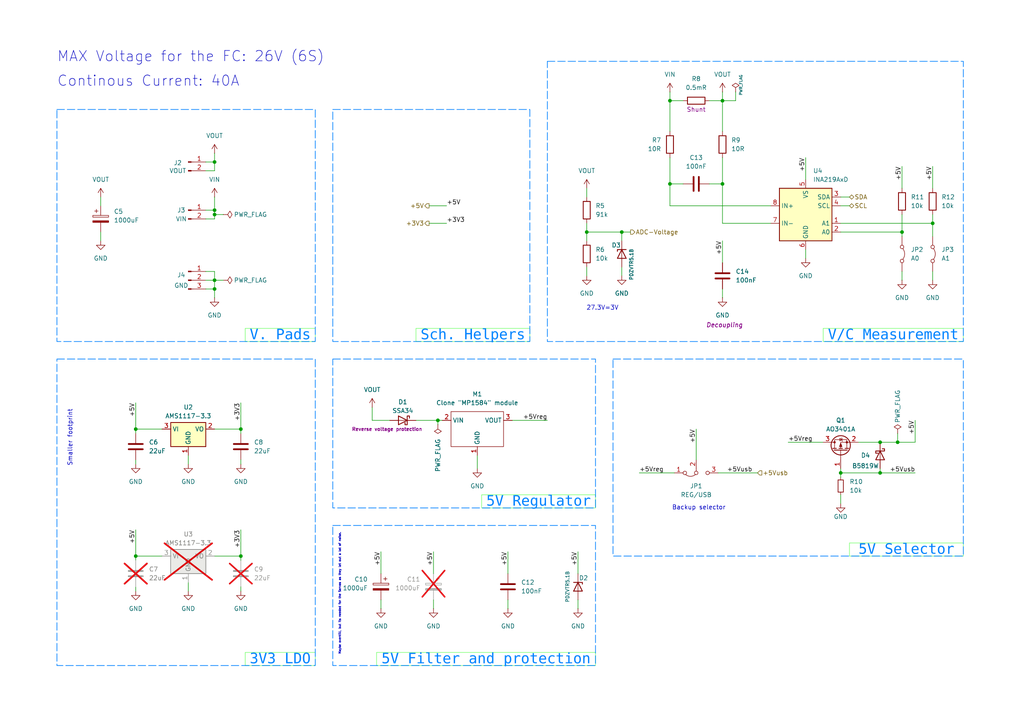
<source format=kicad_sch>
(kicad_sch (version 20250114) (generator "eeschema") (generator_version "9.0")
  (paper "A4")
  (title_block (title "Open-ESPilot"))
  (lib_symbols
    (symbol "Clone _MP1584_ module:Clone _MP1584_ module"
      (property "Reference" "M" (at 4.064 -7.62 0))
      (property "Value" "Clone \"MP1584\" module" (at -0.254 5.08 0))
      (symbol "Clone _MP1584_ module_0_1"
        (rectangle (start -7.62 3.81) (end 7.62 -6.35))
      )
      (symbol "Clone _MP1584_ module_1_1"
        (pin power_in line (at -10.16 1.27 0) (length 2.54) (name "VIN") (number "2"))
        (pin power_in line (at 0 -8.89 90) (length 2.54) (name "GND") (number "1"))
        (pin power_out line (at 10.16 1.27 180) (length 2.54) (name "VOUT") (number "3"))
      )
    )
    (symbol "Connector:Conn_01x02_Pin" (pin_names (offset 1.016) (hide yes))
      (property "Reference" "J" (at 0 2.54 0))
      (property "Value" "Conn_01x02_Pin" (at 0 -5.08 0))
      (symbol "Conn_01x02_Pin_1_1"
        (rectangle (start 0.8636 0.127) (end 0 -0.127) (stroke (width 0.1524)) (fill (type outline)))
        (rectangle (start 0.8636 -2.413) (end 0 -2.667) (stroke (width 0.1524)) (fill (type outline)))
        (polyline (pts (xy 1.27 0) (xy 0.8636 0)) (stroke (width 0.1524)))
        (polyline (pts (xy 1.27 -2.54) (xy 0.8636 -2.54)) (stroke (width 0.1524)))
        (pin passive line (at 5.08 0 180) (length 3.81) (name "Pin_1") (number "1"))
        (pin passive line (at 5.08 -2.54 180) (length 3.81) (name "Pin_2") (number "2"))
      )
    )
    (symbol "Connector:Conn_01x03_Pin" (pin_names (offset 1.016) (hide yes))
      (property "Reference" "J" (at 0 5.08 0))
      (property "Value" "Conn_01x03_Pin" (at 0 -5.08 0))
      (symbol "Conn_01x03_Pin_1_1"
        (rectangle (start 0.8636 2.667) (end 0 2.413) (stroke (width 0.1524)) (fill (type outline)))
        (rectangle (start 0.8636 0.127) (end 0 -0.127) (stroke (width 0.1524)) (fill (type outline)))
        (rectangle (start 0.8636 -2.413) (end 0 -2.667) (stroke (width 0.1524)) (fill (type outline)))
        (polyline (pts (xy 1.27 2.54) (xy 0.8636 2.54)) (stroke (width 0.1524)))
        (polyline (pts (xy 1.27 0) (xy 0.8636 0)) (stroke (width 0.1524)))
        (polyline (pts (xy 1.27 -2.54) (xy 0.8636 -2.54)) (stroke (width 0.1524)))
        (pin passive line (at 5.08 2.54 180) (length 3.81) (name "Pin_1") (number "1"))
        (pin passive line (at 5.08 0 180) (length 3.81) (name "Pin_2") (number "2"))
        (pin passive line (at 5.08 -2.54 180) (length 3.81) (name "Pin_3") (number "3"))
      )
    )
    (symbol "Device:C" (pin_numbers (hide yes)) (pin_names (offset 0.254))
      (property "Reference" "C" (at 0.635 2.54 0))
      (property "Value" "C" (at 0.635 -2.54 0))
      (symbol "C_0_1"
        (polyline (pts (xy -2.032 0.762) (xy 2.032 0.762)) (stroke (width 0.508)))
        (polyline (pts (xy -2.032 -0.762) (xy 2.032 -0.762)) (stroke (width 0.508)))
      )
      (symbol "C_1_1"
        (pin passive line (at 0 3.81 270) (length 2.794) (name "~") (number "1"))
        (pin passive line (at 0 -3.81 90) (length 2.794) (name "~") (number "2"))
      )
    )
    (symbol "Device:C_Polarized" (pin_numbers (hide yes)) (pin_names (offset 0.254))
      (property "Reference" "C" (at 0.635 2.54 0))
      (property "Value" "C_Polarized" (at 0.635 -2.54 0))
      (symbol "C_Polarized_0_1"
        (rectangle (start -2.286 0.508) (end 2.286 1.016))
        (polyline (pts (xy -1.778 2.286) (xy -0.762 2.286)))
        (polyline (pts (xy -1.27 2.794) (xy -1.27 1.778)))
        (rectangle (start 2.286 -0.508) (end -2.286 -1.016) (fill (type outline)))
      )
      (symbol "C_Polarized_1_1"
        (pin passive line (at 0 3.81 270) (length 2.794) (name "~") (number "1"))
        (pin passive line (at 0 -3.81 90) (length 2.794) (name "~") (number "2"))
      )
    )
    (symbol "Device:D_Schottky" (pin_numbers (hide yes)) (pin_names (offset 1.016) (hide yes))
      (property "Reference" "D" (at 0 2.54 0))
      (property "Value" "D_Schottky" (at 0 -2.54 0))
      (symbol "D_Schottky_0_1"
        (polyline (pts (xy -1.905 0.635) (xy -1.905 1.27) (xy -1.27 1.27) (xy -1.27 -1.27) (xy -0.635 -1.27) (xy -0.635 -0.635)) (stroke (width 0.254)))
        (polyline (pts (xy 1.27 1.27) (xy 1.27 -1.27) (xy -1.27 0) (xy 1.27 1.27)) (stroke (width 0.254)))
        (polyline (pts (xy 1.27 0) (xy -1.27 0)))
      )
      (symbol "D_Schottky_1_1"
        (pin passive line (at -3.81 0 0) (length 2.54) (name "K") (number "1"))
        (pin passive line (at 3.81 0 180) (length 2.54) (name "A") (number "2"))
      )
    )
    (symbol "Device:D_Zener" (pin_numbers (hide yes)) (pin_names (offset 1.016) (hide yes))
      (property "Reference" "D" (at 0 2.54 0))
      (property "Value" "D_Zener" (at 0 -2.54 0))
      (symbol "D_Zener_0_1"
        (polyline (pts (xy -1.27 -1.27) (xy -1.27 1.27) (xy -0.762 1.27)) (stroke (width 0.254)))
        (polyline (pts (xy 1.27 0) (xy -1.27 0)))
        (polyline (pts (xy 1.27 -1.27) (xy 1.27 1.27) (xy -1.27 0) (xy 1.27 -1.27)) (stroke (width 0.254)))
      )
      (symbol "D_Zener_1_1"
        (pin passive line (at -3.81 0 0) (length 2.54) (name "K") (number "1"))
        (pin passive line (at 3.81 0 180) (length 2.54) (name "A") (number "2"))
      )
    )
    (symbol "Device:R" (pin_numbers (hide yes)) (pin_names (offset 0))
      (property "Reference" "R" (at 2.032 0 90))
      (property "Value" "R" (at 0 0 90))
      (symbol "R_0_1"
        (rectangle (start -1.016 -2.54) (end 1.016 2.54) (stroke (width 0.254)))
      )
      (symbol "R_1_1"
        (pin passive line (at 0 3.81 270) (length 1.27) (name "~") (number "1"))
        (pin passive line (at 0 -3.81 90) (length 1.27) (name "~") (number "2"))
      )
    )
    (symbol "Device:R_Small" (pin_numbers (hide yes)) (pin_names (offset 0.254) (hide yes))
      (property "Reference" "R" (at 0 0 90))
      (property "Value" "R_Small" (at 1.778 0 90))
      (symbol "R_Small_0_1"
        (rectangle (start -0.762 1.778) (end 0.762 -1.778) (stroke (width 0.2032)))
      )
      (symbol "R_Small_1_1"
        (pin passive line (at 0 2.54 270) (length 0.762) (name "~") (number "1"))
        (pin passive line (at 0 -2.54 90) (length 0.762) (name "~") (number "2"))
      )
    )
    (symbol "Jumper:Jumper_2_Bridged" (pin_numbers (hide yes)) (pin_names (offset 0) (hide yes))
      (property "Reference" "JP" (at 0 1.905 0))
      (property "Value" "Jumper_2_Bridged" (at 0 -2.54 0))
      (symbol "Jumper_2_Bridged_0_0"
        (circle (center -2.032 0) (radius 0.508))
        (circle (center 2.032 0) (radius 0.508))
      )
      (symbol "Jumper_2_Bridged_0_1"
        (arc (start -1.524 0.254) (mid 0 0.762) (end 1.524 0.254))
      )
      (symbol "Jumper_2_Bridged_1_1"
        (pin passive line (at -5.08 0 0) (length 2.54) (name "A") (number "1"))
        (pin passive line (at 5.08 0 180) (length 2.54) (name "B") (number "2"))
      )
    )
    (symbol "Jumper:Jumper_3_Bridged12" (pin_names (offset 0) (hide yes)) (in_bom no)
      (property "Reference" "JP" (at -2.54 -2.54 0))
      (property "Value" "Jumper_3_Bridged12" (at 0 2.794 0))
      (symbol "Jumper_3_Bridged12_0_0"
        (circle (center -3.302 0) (radius 0.508))
        (circle (center 0 0) (radius 0.508))
        (circle (center 3.302 0) (radius 0.508))
      )
      (symbol "Jumper_3_Bridged12_0_1"
        (arc (start -3.048 0.508) (mid -1.651 0.9912) (end -0.254 0.508))
        (polyline (pts (xy 0 -1.27) (xy 0 -0.508)))
      )
      (symbol "Jumper_3_Bridged12_1_1"
        (pin passive line (at -6.35 0 0) (length 2.54) (name "A") (number "1"))
        (pin passive line (at 0 -3.81 90) (length 2.54) (name "C") (number "2"))
        (pin passive line (at 6.35 0 180) (length 2.54) (name "B") (number "3"))
      )
    )
    (symbol "Regulator_Linear:AMS1117-3.3"
      (property "Reference" "U" (at -3.81 3.175 0))
      (property "Value" "AMS1117-3.3" (at 0 3.175 0))
      (symbol "AMS1117-3.3_0_1"
        (rectangle (start -5.08 -5.08) (end 5.08 1.905) (stroke (width 0.254)) (fill (type background)))
      )
      (symbol "AMS1117-3.3_1_1"
        (pin power_in line (at -7.62 0 0) (length 2.54) (name "VI") (number "3"))
        (pin power_in line (at 0 -7.62 90) (length 2.54) (name "GND") (number "1"))
        (pin power_out line (at 7.62 0 180) (length 2.54) (name "VO") (number "2"))
      )
    )
    (symbol "Sensor_Energy:INA219AxD"
      (property "Reference" "U" (at -6.35 8.89 0))
      (property "Value" "INA219AxD" (at 5.08 8.89 0))
      (symbol "INA219AxD_0_1"
        (rectangle (start -7.62 7.62) (end 7.62 -7.62) (stroke (width 0.254)) (fill (type background)))
      )
      (symbol "INA219AxD_1_1"
        (pin input line (at -10.16 2.54 0) (length 2.54) (name "IN+") (number "8"))
        (pin input line (at -10.16 -2.54 0) (length 2.54) (name "IN-") (number "7"))
        (pin power_in line (at 0 10.16 270) (length 2.54) (name "VS") (number "5"))
        (pin power_in line (at 0 -10.16 90) (length 2.54) (name "GND") (number "6"))
        (pin bidirectional line (at 10.16 5.08 180) (length 2.54) (name "SDA") (number "3"))
        (pin input line (at 10.16 2.54 180) (length 2.54) (name "SCL") (number "4"))
        (pin input line (at 10.16 -2.54 180) (length 2.54) (name "A1") (number "1"))
        (pin input line (at 10.16 -5.08 180) (length 2.54) (name "A0") (number "2"))
      )
    )
    (symbol "Transistor_FET:AO3401A" (pin_names (hide yes))
      (property "Reference" "Q" (at 5.08 1.905 0))
      (property "Value" "AO3401A" (at 5.08 0 0))
      (symbol "AO3401A_0_1"
        (polyline (pts (xy 0.254 1.905) (xy 0.254 -1.905)) (stroke (width 0.254)))
        (polyline (pts (xy 0.254 0) (xy -2.54 0)))
        (polyline (pts (xy 0.762 2.286) (xy 0.762 1.27)) (stroke (width 0.254)))
        (polyline (pts (xy 0.762 1.778) (xy 3.302 1.778) (xy 3.302 -1.778) (xy 0.762 -1.778)))
        (polyline (pts (xy 0.762 0.508) (xy 0.762 -0.508)) (stroke (width 0.254)))
        (polyline (pts (xy 0.762 -1.27) (xy 0.762 -2.286)) (stroke (width 0.254)))
        (circle (center 1.651 0) (radius 2.794) (stroke (width 0.254)))
        (polyline (pts (xy 2.286 0) (xy 1.27 0.381) (xy 1.27 -0.381) (xy 2.286 0)) (fill (type outline)))
        (polyline (pts (xy 2.54 2.54) (xy 2.54 1.778)))
        (circle (center 2.54 1.778) (radius 0.254) (fill (type outline)))
        (circle (center 2.54 -1.778) (radius 0.254) (fill (type outline)))
        (polyline (pts (xy 2.54 -2.54) (xy 2.54 0) (xy 0.762 0)))
        (polyline (pts (xy 2.794 -0.508) (xy 2.921 -0.381) (xy 3.683 -0.381) (xy 3.81 -0.254)))
        (polyline (pts (xy 3.302 -0.381) (xy 2.921 0.254) (xy 3.683 0.254) (xy 3.302 -0.381)))
      )
      (symbol "AO3401A_1_1"
        (pin input line (at -5.08 0 0) (length 2.54) (name "G") (number "1"))
        (pin passive line (at 2.54 5.08 270) (length 2.54) (name "D") (number "3"))
        (pin passive line (at 2.54 -5.08 90) (length 2.54) (name "S") (number "2"))
      )
    )
    (symbol "power:GND" (power) (pin_numbers (hide yes)) (pin_names (offset 0) (hide yes))
      (property "Value" "GND" (at 0 -3.81 0))
      (symbol "GND_0_1"
        (polyline (pts (xy 0 0) (xy 0 -1.27) (xy 1.27 -1.27) (xy 0 -2.54) (xy -1.27 -1.27) (xy 0 -1.27)))
      )
      (symbol "GND_1_1"
        (pin power_in line (at 0 0 270) (length 0) (name "~") (number "1"))
      )
    )
    (symbol "power:PWR_FLAG" (power) (pin_numbers (hide yes)) (pin_names (offset 0) (hide yes))
      (property "Value" "PWR_FLAG" (at 0 3.81 0))
      (symbol "PWR_FLAG_0_0"
        (pin power_out line (at 0 0 90) (length 0) (name "~") (number "1"))
      )
      (symbol "PWR_FLAG_0_1"
        (polyline (pts (xy 0 0) (xy 0 1.27) (xy -1.016 1.905) (xy 0 2.54) (xy 1.016 1.905) (xy 0 1.27)))
      )
    )
    (symbol "power:VDD" (power) (pin_numbers (hide yes)) (pin_names (offset 0) (hide yes))
      (property "Value" "VDD" (at 0 3.556 0))
      (symbol "VDD_0_1"
        (polyline (pts (xy -0.762 1.27) (xy 0 2.54)))
        (polyline (pts (xy 0 2.54) (xy 0.762 1.27)))
        (polyline (pts (xy 0 0) (xy 0 2.54)))
      )
      (symbol "VDD_1_1"
        (pin power_in line (at 0 0 90) (length 0) (name "~") (number "1"))
      )
    )
  )
  (rectangle (start 16.51 104.14) (end 91.44 193.04) (stroke (width 0.2) (type dash) (color 0 128 255 1)))
  (rectangle (start 96.52 152.4) (end 172.72 193.04) (stroke (width 0.2) (type dash) (color 0 128 255 1)))
  (rectangle (start 158.75 17.78) (end 279.4 99.06) (stroke (width 0.2) (type dash) (color 0 128 255 1)))
  (rectangle (start 16.51 31.75) (end 91.44 99.06) (stroke (width 0.2) (type dash) (color 0 128 255 1)))
  (rectangle (start 96.52 31.75) (end 153.67 99.06) (stroke (width 0.2) (type dash) (color 0 128 255 1)))
  (rectangle (start 177.8 104.14) (end 279.4 161.29) (stroke (width 0.2) (type dash) (color 0 128 255 1)))
  (rectangle (start 96.52 104.14) (end 172.72 147.32) (stroke (width 0.2) (type dash) (color 0 128 255 1)))
  (text "Smaller footprint" (at 20.32 127 90) (effects (font (size 1.27 1.27))))
  (text "MAX Voltage for the FC: 26V (6S)" (at 16.51 16.51 0) (effects (font (size 3 3)) (justify left)))
  (text "Continous Current: 40A" (at 16.51 23.622 0) (effects (font (size 3 3)) (justify left)))
  (text "Backup selector" (at 202.692 147.32 0) (effects (font (size 1.27 1.27))))
  (text "Maybe overkill, but its needed for the Servos as they let out a lot of noise." (at 98.552 172.212 90) (effects (font (size 0.6 0.6))))
  (text "27.3V=3V" (at 174.752 89.408 0) (effects (font (size 1.27 1.27))))
  (text_box "V. Pads" (at 71.12 95.25 0) (size 20.32 3.81) (margins 0.9525 0.9525 0.9525 0.9525) (stroke (width 0) (color 108 255 98 0.3)) (effects (font (size 3 3))))
  (text_box "5V Regulator" (at 139.7 143.51 0) (size 33.02 3.81) (margins 0.9525 0.9525 0.9525 0.9525) (stroke (width 0) (color 108 255 98 0.3)) (effects (font (size 3 3))))
  (text_box "Sch. Helpers" (at 120.65 95.25 0) (size 33.02 3.81) (margins 0.9525 0.9525 0.9525 0.9525) (stroke (width 0) (color 108 255 98 0.3)) (effects (font (size 3 3))))
  (text_box "3V3 LDO" (at 71.12 189.23 0) (size 20.32 3.81) (margins 0.9525 0.9525 0.9525 0.9525) (stroke (width 0) (color 108 255 98 0.3)) (effects (font (size 3 3))))
  (text_box "V/C Measurement" (at 238.76 95.25 0) (size 40.64 3.81) (margins 0.9525 0.9525 0.9525 0.9525) (stroke (width 0) (color 108 255 98 0.3)) (effects (font (size 3 3))))
  (text_box "5V Filter and protection" (at 109.22 189.23 0) (size 63.5 3.81) (margins 0.9525 0.9525 0.9525 0.9525) (stroke (width 0) (color 108 255 98 0.3)) (effects (font (size 3 3))))
  (text_box "5V Selector" (at 246.38 157.48 0) (size 33.02 3.81) (margins 0.9525 0.9525 0.9525 0.9525) (stroke (width 0) (color 108 255 98 0.3)) (effects (font (size 3 3))))
  (junction (at 69.85 161.29))
  (junction (at 62.23 60.96))
  (junction (at 39.37 161.29))
  (junction (at 270.51 64.77))
  (junction (at 62.23 46.99))
  (junction (at 209.55 29.21))
  (junction (at 127 121.92))
  (junction (at 62.23 62.23))
  (junction (at 209.55 53.34))
  (junction (at 62.23 83.82))
  (junction (at 261.62 67.31))
  (junction (at 243.84 137.16))
  (junction (at 180.34 67.31))
  (junction (at 39.37 124.46))
  (junction (at 255.27 137.16))
  (junction (at 260.35 128.27))
  (junction (at 194.31 53.34))
  (junction (at 62.23 81.28))
  (junction (at 255.27 128.27))
  (junction (at 170.18 67.31))
  (junction (at 194.31 29.21))
  (junction (at 69.85 124.46))
  (wire (pts (xy 238.76 128.27) (xy 228.6 128.27)))
  (wire (pts (xy 233.68 45.72) (xy 233.68 52.07)))
  (wire (pts (xy 167.64 173.99) (xy 167.64 176.53)))
  (wire (pts (xy 209.55 29.21) (xy 209.55 38.1)))
  (wire (pts (xy 39.37 116.84) (xy 39.37 124.46)))
  (wire (pts (xy 270.51 62.23) (xy 270.51 64.77)))
  (wire (pts (xy 261.62 78.74) (xy 261.62 81.28)))
  (wire (pts (xy 62.23 44.45) (xy 62.23 46.99)))
  (wire (pts (xy 194.31 38.1) (xy 194.31 29.21)))
  (wire (pts (xy 62.23 78.74) (xy 62.23 81.28)))
  (wire (pts (xy 194.31 26.67) (xy 194.31 29.21)))
  (wire (pts (xy 209.55 69.85) (xy 209.55 76.2)))
  (wire (pts (xy 265.43 121.92) (xy 265.43 128.27)))
  (wire (pts (xy 39.37 133.35) (xy 39.37 134.62)))
  (wire (pts (xy 270.51 64.77) (xy 270.51 68.58)))
  (wire (pts (xy 209.55 53.34) (xy 209.55 64.77)))
  (wire (pts (xy 59.69 78.74) (xy 62.23 78.74)))
  (wire (pts (xy 243.84 143.51) (xy 243.84 146.05)))
  (wire (pts (xy 62.23 49.53) (xy 59.69 49.53)))
  (wire (pts (xy 255.27 137.16) (xy 265.43 137.16)))
  (wire (pts (xy 54.61 168.91) (xy 54.61 171.45)))
  (wire (pts (xy 260.35 125.73) (xy 260.35 128.27)))
  (wire (pts (xy 147.32 160.02) (xy 147.32 166.37)))
  (wire (pts (xy 209.55 45.72) (xy 209.55 53.34)))
  (wire (pts (xy 261.62 67.31) (xy 261.62 68.58)))
  (wire (pts (xy 59.69 83.82) (xy 62.23 83.82)))
  (wire (pts (xy 62.23 81.28) (xy 64.77 81.28)))
  (wire (pts (xy 180.34 67.31) (xy 180.34 69.85)))
  (wire (pts (xy 124.46 59.69) (xy 129.54 59.69)))
  (wire (pts (xy 194.31 53.34) (xy 198.12 53.34)))
  (wire (pts (xy 170.18 67.31) (xy 170.18 69.85)))
  (wire (pts (xy 69.85 170.18) (xy 69.85 171.45)))
  (wire (pts (xy 54.61 132.08) (xy 54.61 134.62)))
  (wire (pts (xy 170.18 77.47) (xy 170.18 80.01)))
  (wire (pts (xy 170.18 67.31) (xy 180.34 67.31)))
  (wire (pts (xy 261.62 48.26) (xy 261.62 54.61)))
  (wire (pts (xy 248.92 128.27) (xy 255.27 128.27)))
  (wire (pts (xy 180.34 67.31) (xy 182.88 67.31)))
  (wire (pts (xy 243.84 59.69) (xy 246.38 59.69)))
  (wire (pts (xy 223.52 59.69) (xy 194.31 59.69)))
  (wire (pts (xy 29.21 57.15) (xy 29.21 59.69)))
  (wire (pts (xy 243.84 137.16) (xy 255.27 137.16)))
  (wire (pts (xy 59.69 63.5) (xy 62.23 63.5)))
  (wire (pts (xy 260.35 128.27) (xy 265.43 128.27)))
  (wire (pts (xy 167.64 160.02) (xy 167.64 166.37)))
  (wire (pts (xy 209.55 83.82) (xy 209.55 86.36)))
  (wire (pts (xy 205.74 53.34) (xy 209.55 53.34)))
  (wire (pts (xy 270.51 78.74) (xy 270.51 81.28)))
  (wire (pts (xy 120.65 121.92) (xy 127 121.92)))
  (wire (pts (xy 39.37 170.18) (xy 39.37 171.45)))
  (wire (pts (xy 59.69 60.96) (xy 62.23 60.96)))
  (wire (pts (xy 195.58 137.16) (xy 185.42 137.16)))
  (wire (pts (xy 39.37 161.29) (xy 46.99 161.29)))
  (wire (pts (xy 213.36 29.21) (xy 209.55 29.21)))
  (wire (pts (xy 62.23 62.23) (xy 64.77 62.23)))
  (wire (pts (xy 243.84 64.77) (xy 270.51 64.77)))
  (wire (pts (xy 209.55 64.77) (xy 223.52 64.77)))
  (wire (pts (xy 180.34 77.47) (xy 180.34 80.01)))
  (wire (pts (xy 270.51 48.26) (xy 270.51 54.61)))
  (wire (pts (xy 59.69 46.99) (xy 62.23 46.99)))
  (wire (pts (xy 148.59 121.92) (xy 158.75 121.92)))
  (wire (pts (xy 107.95 118.11) (xy 107.95 121.92)))
  (wire (pts (xy 62.23 124.46) (xy 69.85 124.46)))
  (wire (pts (xy 170.18 64.77) (xy 170.18 67.31)))
  (wire (pts (xy 62.23 161.29) (xy 69.85 161.29)))
  (wire (pts (xy 170.18 54.61) (xy 170.18 57.15)))
  (wire (pts (xy 39.37 124.46) (xy 46.99 124.46)))
  (wire (pts (xy 194.31 29.21) (xy 198.12 29.21)))
  (wire (pts (xy 243.84 137.16) (xy 243.84 135.89)))
  (wire (pts (xy 205.74 29.21) (xy 209.55 29.21)))
  (wire (pts (xy 243.84 137.16) (xy 243.84 138.43)))
  (wire (pts (xy 201.93 124.46) (xy 201.93 133.35)))
  (wire (pts (xy 69.85 133.35) (xy 69.85 134.62)))
  (wire (pts (xy 62.23 57.15) (xy 62.23 60.96)))
  (wire (pts (xy 147.32 173.99) (xy 147.32 176.53)))
  (wire (pts (xy 62.23 83.82) (xy 62.23 86.36)))
  (wire (pts (xy 39.37 153.67) (xy 39.37 161.29)))
  (wire (pts (xy 69.85 153.67) (xy 69.85 161.29)))
  (wire (pts (xy 107.95 121.92) (xy 113.03 121.92)))
  (wire (pts (xy 59.69 81.28) (xy 62.23 81.28)))
  (wire (pts (xy 243.84 57.15) (xy 246.38 57.15)))
  (wire (pts (xy 219.71 137.16) (xy 208.28 137.16)))
  (wire (pts (xy 62.23 46.99) (xy 62.23 49.53)))
  (wire (pts (xy 62.23 60.96) (xy 62.23 62.23)))
  (wire (pts (xy 110.49 160.02) (xy 110.49 166.37)))
  (wire (pts (xy 194.31 53.34) (xy 194.31 45.72)))
  (wire (pts (xy 233.68 72.39) (xy 233.68 74.93)))
  (wire (pts (xy 127 121.92) (xy 128.27 121.92)))
  (wire (pts (xy 62.23 62.23) (xy 62.23 63.5)))
  (wire (pts (xy 127 121.92) (xy 127 123.19)))
  (wire (pts (xy 194.31 59.69) (xy 194.31 53.34)))
  (wire (pts (xy 39.37 161.29) (xy 39.37 162.56)))
  (wire (pts (xy 69.85 125.73) (xy 69.85 124.46)))
  (wire (pts (xy 29.21 67.31) (xy 29.21 69.85)))
  (wire (pts (xy 69.85 116.84) (xy 69.85 124.46)))
  (wire (pts (xy 209.55 29.21) (xy 209.55 26.67)))
  (wire (pts (xy 125.73 173.99) (xy 125.73 176.53)))
  (wire (pts (xy 125.73 160.02) (xy 125.73 166.37)))
  (wire (pts (xy 62.23 81.28) (xy 62.23 83.82)))
  (wire (pts (xy 138.43 135.89) (xy 138.43 132.08)))
  (wire (pts (xy 213.36 26.67) (xy 213.36 29.21)))
  (wire (pts (xy 110.49 173.99) (xy 110.49 176.53)))
  (wire (pts (xy 261.62 62.23) (xy 261.62 67.31)))
  (wire (pts (xy 243.84 67.31) (xy 261.62 67.31)))
  (wire (pts (xy 39.37 124.46) (xy 39.37 125.73)))
  (wire (pts (xy 124.46 64.77) (xy 129.54 64.77)))
  (wire (pts (xy 255.27 135.89) (xy 255.27 137.16)))
  (wire (pts (xy 69.85 162.56) (xy 69.85 161.29)))
  (wire (pts (xy 255.27 128.27) (xy 260.35 128.27)))
  (label "+5V" (at 110.49 160.02 270))
  (label "+5V" (at 233.68 45.72 270))
  (label "+3V3" (at 69.85 153.67 270))
  (label "+5V" (at 125.73 160.02 270))
  (label "+5V" (at 209.55 69.85 270))
  (label "+5V" (at 39.37 116.84 270))
  (label "+5Vusb" (at 265.43 137.16 180))
  (label "+5Vreg" (at 158.75 121.92 180))
  (label "+5V" (at 167.64 160.02 270))
  (label "+5V" (at 270.51 48.26 270))
  (label "+5Vusb" (at 210.82 137.16 0))
  (label "+5Vreg" (at 228.6 128.27 0))
  (label "+5V" (at 265.43 121.92 270))
  (label "+5V" (at 39.37 153.67 270))
  (label "+5V" (at 201.93 124.46 270))
  (label "+3V3" (at 129.54 64.77 0))
  (label "+5V" (at 147.32 160.02 270))
  (label "+5V" (at 129.54 59.69 0))
  (label "+5Vreg" (at 185.42 137.16 0))
  (label "+5V" (at 261.62 48.26 270))
  (label "+3V3" (at 69.85 116.84 270))
  (hierarchical_label "+5V" (shape output) (at 124.46 59.69 180))
  (hierarchical_label "+3V3" (shape output) (at 124.46 64.77 180))
  (hierarchical_label "SCL" (shape bidirectional) (at 246.38 59.69 0))
  (hierarchical_label "SDA" (shape bidirectional) (at 246.38 57.15 0))
  (hierarchical_label "ADC-Voltage" (shape output) (at 182.88 67.31 0))
  (hierarchical_label "+5Vusb" (shape input) (at 219.71 137.16 0))
  (symbol (lib_id "power:GND") (at 125.73 176.53 0) (unit 1)
    (property "Reference" "#PWR026" (effects (hide yes)))
    (property "Value" "GND" (at 125.73 181.61 0))
    (property "Description" "Power symbol creates a global label with name \"GND\" , ground" (effects (hide yes)))
  )
  (symbol (lib_id "Device:R") (at 261.62 58.42 0) (unit 1)
    (property "Reference" "R11" (at 264.16 57.1499 0) (effects (justify left)))
    (property "Value" "10k" (at 264.16 59.6899 0) (effects (justify left)))
    (property "Footprint" "Resistor_SMD:R_0805_2012Metric_Pad1.20x1.40mm_HandSolder" (effects (hide yes)))
    (property "Description" "Resistor" (effects (hide yes)))
  )
  (symbol (lib_id "power:VDD") (at 194.31 26.67 0) (unit 1)
    (property "Reference" "#PWR033" (effects (hide yes)))
    (property "Value" "VIN" (at 194.31 21.59 0))
    (property "Description" "Power symbol creates a global label with name \"VDD\"" (effects (hide yes)))
  )
  (symbol (lib_id "Jumper:Jumper_2_Bridged") (at 270.51 73.66 270) (unit 1)
    (property "Reference" "JP3" (at 273.05 72.3899 90) (effects (justify left)))
    (property "Value" "A1" (at 273.05 74.9299 90) (effects (justify left)))
    (property "Footprint" "Jumper:SolderJumper-2_P1.3mm_Bridged2Bar_RoundedPad1.0x1.5mm" (effects (hide yes)))
    (property "Description" "Jumper, 2-pole, closed/bridged" (effects (hide yes)))
  )
  (symbol (lib_id "Transistor_FET:AO3401A") (at 243.84 130.81 90) (unit 1)
    (property "Reference" "Q1" (at 243.84 121.92 90))
    (property "Value" "AO3401A" (at 243.84 124.46 90))
    (property "Footprint" "Package_TO_SOT_SMD:SOT-23" (effects (hide yes)))
    (property "Datasheet" "http://www.aosmd.com/pdfs/datasheet/AO3401A.pdf" (effects (hide yes)))
    (property "Description" "-4.0A Id, -30V Vds, P-Channel MOSFET, SOT-23" (effects (hide yes)))
    (property "LCSC" "C15127" (effects (hide yes)))
  )
  (symbol (lib_id "Connector:Conn_01x03_Pin") (at 54.61 81.28 0) (unit 1)
    (property "Reference" "J4" (at 52.578 79.756 0))
    (property "Value" "GND" (at 52.578 82.804 0))
    (property "Footprint" "Power Pads:PP_03x" (effects (hide yes)))
    (property "Description" "Generic connector, single row, 01x03, script generated" (effects (hide yes)))
  )
  (symbol (lib_id "Device:C_Polarized") (at 125.73 170.18 0) (mirror y) (unit 1) (in_bom no) (dnp yes)
    (property "Reference" "C11" (at 121.92 168.0209 0) (effects (justify left)))
    (property "Value" "1000uF" (at 121.92 170.5609 0) (effects (justify left)))
    (property "Footprint" "Capacitor_THT:CP_Radial_D10.0mm_P5.00mm_P7.50mm" (effects (hide yes)))
    (property "Description" "Polarized capacitor" (effects (hide yes)))
    (property "LCSC" "C398835" (effects (hide yes)))
  )
  (symbol (lib_id "power:GND") (at 138.43 135.89 0) (unit 1)
    (property "Reference" "#PWR027" (effects (hide yes)))
    (property "Value" "GND" (at 138.43 140.97 0))
    (property "Description" "Power symbol creates a global label with name \"GND\" , ground" (effects (hide yes)))
  )
  (symbol (lib_id "Regulator_Linear:AMS1117-3.3") (at 54.61 124.46 0) (unit 1)
    (property "Reference" "U2" (at 54.61 118.11 0))
    (property "Value" "AMS1117-3.3" (at 54.61 120.65 0))
    (property "Footprint" "Package_TO_SOT_SMD:SOT-89-3" (effects (hide yes)))
    (property "Datasheet" "http://www.advanced-monolithic.com/pdf/ds1117.pdf" (effects (hide yes)))
    (property "Description" "1A Low Dropout regulator, positive, 3.3V fixed output, SOT-223" (effects (hide yes)))
    (property "LCSC" "C880752" (effects (hide yes)))
  )
  (symbol (lib_id "power:GND") (at 261.62 81.28 0) (unit 1)
    (property "Reference" "#PWR038" (effects (hide yes)))
    (property "Value" "GND" (at 261.62 86.36 0))
    (property "Description" "Power symbol creates a global label with name \"GND\" , ground" (effects (hide yes)))
  )
  (symbol (lib_id "Device:C_Polarized") (at 110.49 170.18 0) (mirror y) (unit 1)
    (property "Reference" "C10" (at 106.68 168.0209 0) (effects (justify left)))
    (property "Value" "1000uF" (at 106.68 170.5609 0) (effects (justify left)))
    (property "Footprint" "Capacitor_SMD:CP_Elec_8x10" (effects (hide yes)))
    (property "Description" "Polarized capacitor" (effects (hide yes)))
    (property "LCSC" "C311227" (effects (hide yes)))
  )
  (symbol (lib_id "power:PWR_FLAG") (at 64.77 62.23 270) (mirror x) (unit 1)
    (property "Reference" "#FLG01" (effects (hide yes)))
    (property "Value" "PWR_FLAG" (at 72.644 62.23 90))
    (property "Description" "Special symbol for telling ERC where power comes from" (effects (hide yes)))
  )
  (symbol (lib_id "Device:C") (at 69.85 129.54 0) (unit 1)
    (property "Reference" "C8" (at 73.66 128.2699 0) (effects (justify left)))
    (property "Value" "22uF" (at 73.66 130.8099 0) (effects (justify left)))
    (property "Footprint" "Capacitor_SMD:C_0805_2012Metric_Pad1.18x1.45mm_HandSolder" (effects (hide yes)))
    (property "Description" "Unpolarized capacitor" (effects (hide yes)))
  )
  (symbol (lib_id "Device:R") (at 209.55 41.91 0) (unit 1)
    (property "Reference" "R9" (at 212.09 40.6399 0) (effects (justify left)))
    (property "Value" "10R" (at 212.09 43.1799 0) (effects (justify left)))
    (property "Footprint" "Resistor_SMD:R_0805_2012Metric_Pad1.20x1.40mm_HandSolder" (effects (hide yes)))
    (property "Description" "Resistor" (effects (hide yes)))
  )
  (symbol (lib_id "power:PWR_FLAG") (at 64.77 81.28 270) (mirror x) (unit 1)
    (property "Reference" "#FLG02" (effects (hide yes)))
    (property "Value" "PWR_FLAG" (at 72.644 81.28 90))
    (property "Description" "Special symbol for telling ERC where power comes from" (effects (hide yes)))
  )
  (symbol (lib_id "power:GND") (at 209.55 86.36 0) (unit 1)
    (property "Reference" "#PWR035" (effects (hide yes)))
    (property "Value" "GND" (at 209.55 91.44 0))
    (property "Description" "Power symbol creates a global label with name \"GND\" , ground" (effects (hide yes)))
  )
  (symbol (lib_id "power:GND") (at 147.32 176.53 0) (unit 1)
    (property "Reference" "#PWR028" (effects (hide yes)))
    (property "Value" "GND" (at 147.32 181.61 0))
    (property "Description" "Power symbol creates a global label with name \"GND\" , ground" (effects (hide yes)))
  )
  (symbol (lib_id "power:VDD") (at 62.23 44.45 0) (unit 1)
    (property "Reference" "#PWR019" (effects (hide yes)))
    (property "Value" "VOUT" (at 62.23 39.37 0))
    (property "Description" "Power symbol creates a global label with name \"VDD\"" (effects (hide yes)))
  )
  (symbol (lib_id "Sensor_Energy:INA219AxD") (at 233.68 62.23 0) (unit 1)
    (property "Reference" "U4" (at 235.8233 49.53 0) (effects (justify left)))
    (property "Value" "INA219AxD" (at 235.8233 52.07 0) (effects (justify left)))
    (property "Footprint" "Package_SO:SOIC-8_3.9x4.9mm_P1.27mm" (effects (hide yes)))
    (property "Datasheet" "http://www.ti.com/lit/ds/symlink/ina219.pdf" (effects (hide yes)))
    (property "Description" "Zero-Drift, Bidirectional Current/Power Monitor (0-26V) With I2C Interface, SOIC-8" (effects (hide yes)))
  )
  (symbol (lib_id "Device:C") (at 201.93 53.34 90) (unit 1)
    (property "Reference" "C13" (at 201.93 45.72 90))
    (property "Value" "100nF" (at 201.93 48.26 90))
    (property "Footprint" "Capacitor_SMD:C_0805_2012Metric_Pad1.18x1.45mm_HandSolder" (effects (hide yes)))
    (property "Description" "Unpolarized capacitor" (effects (hide yes)))
  )
  (symbol (lib_id "Device:D_Schottky") (at 116.84 121.92 0) (mirror y) (unit 1)
    (property "Reference" "D1" (at 116.84 116.586 0))
    (property "Value" "SSA34" (at 116.84 119.126 0))
    (property "Footprint" "Diode_SMD:D_SMA" (effects (hide yes)))
    (property "Datasheet" "https://www.vishay.com/docs/88883/ssa33l.pdf" (effects (hide yes)))
    (property "Description" "Schottky diode" (effects (hide yes)))
    (property "Function" "Reverse voltage protection" (at 112.268 124.46 0) (effects (font (size 1 1))))
    (property "LCSC" "C8678" (effects (hide yes)))
    (property "equivalent" "C466998" (effects (hide yes)))
  )
  (symbol (lib_id "power:PWR_FLAG") (at 213.36 26.67 0) (mirror y) (unit 1)
    (property "Reference" "#FLG04" (effects (hide yes)))
    (property "Value" "PWR_FLAG" (at 214.884 24.638 90) (effects (font (size 0.8 0.8))))
    (property "Description" "Special symbol for telling ERC where power comes from" (effects (hide yes)))
  )
  (symbol (lib_id "power:PWR_FLAG") (at 127 123.19 180) (unit 1)
    (property "Reference" "#FLG03" (effects (hide yes)))
    (property "Value" "PWR_FLAG" (at 127 127.254 90) (effects (justify left)))
    (property "Description" "Special symbol for telling ERC where power comes from" (effects (hide yes)))
  )
  (symbol (lib_id "power:GND") (at 170.18 80.01 0) (unit 1)
    (property "Reference" "#PWR031" (effects (hide yes)))
    (property "Value" "GND" (at 170.18 85.09 0))
    (property "Description" "Power symbol creates a global label with name \"GND\" , ground" (effects (hide yes)))
  )
  (symbol (lib_id "power:VDD") (at 170.18 54.61 0) (unit 1)
    (property "Reference" "#PWR030" (effects (hide yes)))
    (property "Value" "VOUT" (at 170.18 49.53 0))
    (property "Description" "Power symbol creates a global label with name \"VDD\"" (effects (hide yes)))
  )
  (symbol (lib_id "power:GND") (at 29.21 69.85 0) (unit 1)
    (property "Reference" "#PWR014" (effects (hide yes)))
    (property "Value" "GND" (at 29.21 74.93 0))
    (property "Description" "Power symbol creates a global label with name \"GND\" , ground" (effects (hide yes)))
  )
  (symbol (lib_id "Device:C_Polarized") (at 29.21 63.5 0) (unit 1)
    (property "Reference" "C5" (at 33.02 61.3409 0) (effects (justify left)))
    (property "Value" "1000uF" (at 33.02 63.8809 0) (effects (justify left)))
    (property "Footprint" "Capacitor_THT:CP_Radial_D10.0mm_P5.00mm" (effects (hide yes)))
    (property "Description" "Polarized capacitor" (effects (hide yes)))
    (property "LCSC" "C398835" (effects (hide yes)))
  )
  (symbol (lib_id "Device:C") (at 39.37 166.37 0) (mirror y) (unit 1) (in_bom no) (dnp yes)
    (property "Reference" "C7" (at 43.18 165.0999 0) (effects (justify right)))
    (property "Value" "22uF" (at 43.18 167.6399 0) (effects (justify right)))
    (property "Footprint" "Capacitor_SMD:C_0805_2012Metric_Pad1.18x1.45mm_HandSolder" (effects (hide yes)))
    (property "Description" "Unpolarized capacitor" (effects (hide yes)))
  )
  (symbol (lib_id "Jumper:Jumper_2_Bridged") (at 261.62 73.66 270) (unit 1)
    (property "Reference" "JP2" (at 264.16 72.3899 90) (effects (justify left)))
    (property "Value" "A0" (at 264.16 74.9299 90) (effects (justify left)))
    (property "Footprint" "Jumper:SolderJumper-2_P1.3mm_Bridged2Bar_RoundedPad1.0x1.5mm" (effects (hide yes)))
    (property "Description" "Jumper, 2-pole, closed/bridged" (effects (hide yes)))
  )
  (symbol (lib_id "Device:D_Zener") (at 167.64 170.18 270) (unit 1)
    (property "Reference" "D2" (at 167.894 167.64 90) (effects (justify left)))
    (property "Value" "PDZVTR5.1B" (at 164.592 165.608 0) (effects (font (size 1 1)) (justify left)))
    (property "Footprint" "Diode_SMD:D_SOD-128" (effects (hide yes)))
    (property "Description" "Zener diode" (effects (hide yes)))
    (property "LCSC" "C253499" (effects (hide yes)))
  )
  (symbol (lib_id "power:GND") (at 270.51 81.28 0) (unit 1)
    (property "Reference" "#PWR039" (effects (hide yes)))
    (property "Value" "GND" (at 270.51 86.36 0))
    (property "Description" "Power symbol creates a global label with name \"GND\" , ground" (effects (hide yes)))
  )
  (symbol (lib_id "power:GND") (at 62.23 86.36 0) (unit 1)
    (property "Reference" "#PWR021" (effects (hide yes)))
    (property "Value" "GND" (at 62.23 91.44 0))
    (property "Description" "Power symbol creates a global label with name \"GND\" , ground" (effects (hide yes)))
  )
  (symbol (lib_id "Device:D_Zener") (at 180.34 73.66 90) (mirror x) (unit 1)
    (property "Reference" "D3" (at 180.086 71.12 90) (effects (justify left)))
    (property "Value" "PDZVTR5.1B" (at 183.134 72.136 0) (effects (font (size 1 1)) (justify left)))
    (property "Footprint" "Diode_SMD:D_SOD-128" (effects (hide yes)))
    (property "Description" "Zener diode" (effects (hide yes)))
    (property "LCSC" "C253499" (effects (hide yes)))
  )
  (symbol (lib_id "power:GND") (at 39.37 134.62 0) (mirror y) (unit 1)
    (property "Reference" "#PWR015" (effects (hide yes)))
    (property "Value" "GND" (at 39.37 139.7 0))
    (property "Description" "Power symbol creates a global label with name \"GND\" , ground" (effects (hide yes)))
  )
  (symbol (lib_id "power:GND") (at 69.85 134.62 0) (unit 1)
    (property "Reference" "#PWR022" (effects (hide yes)))
    (property "Value" "GND" (at 69.85 139.7 0))
    (property "Description" "Power symbol creates a global label with name \"GND\" , ground" (effects (hide yes)))
  )
  (symbol (lib_id "Clone _MP1584_ module:Clone _MP1584_ module") (at 138.43 123.19 0) (unit 1)
    (property "Reference" "M1" (at 138.43 114.3 0))
    (property "Value" "Clone \"MP1584\" module" (at 138.43 116.84 0))
    (property "Footprint" "Clone _MP1584_ module:Clone _MP1584_ module" (effects (hide yes)))
    (property "Datasheet" "https://www.aliexpress.com/item/1005005870392716.html" (effects (hide yes)))
  )
  (symbol (lib_id "power:GND") (at 180.34 80.01 0) (unit 1)
    (property "Reference" "#PWR032" (effects (hide yes)))
    (property "Value" "GND" (at 180.34 85.09 0))
    (property "Description" "Power symbol creates a global label with name \"GND\" , ground" (effects (hide yes)))
  )
  (symbol (lib_id "power:GND") (at 167.64 176.53 0) (unit 1)
    (property "Reference" "#PWR029" (effects (hide yes)))
    (property "Value" "GND" (at 167.64 181.61 0))
    (property "Description" "Power symbol creates a global label with name \"GND\" , ground" (effects (hide yes)))
  )
  (symbol (lib_id "Jumper:Jumper_3_Bridged12") (at 201.93 137.16 0) (mirror x) (unit 1) (in_bom no)
    (property "Reference" "JP1" (at 201.93 140.97 0))
    (property "Value" "REG/USB" (at 201.93 143.51 0))
    (property "Footprint" "Connector_PinHeader_2.54mm:PinHeader_1x03_P2.54mm_Vertical" (effects (hide yes)))
    (property "Description" "Jumper, 3-pole, pins 1+2 closed/bridged" (effects (hide yes)))
  )
  (symbol (lib_id "Device:C") (at 69.85 166.37 0) (unit 1) (in_bom no) (dnp yes)
    (property "Reference" "C9" (at 73.66 165.0999 0) (effects (justify left)))
    (property "Value" "22uF" (at 73.66 167.6399 0) (effects (justify left)))
    (property "Footprint" "Capacitor_SMD:C_0805_2012Metric_Pad1.18x1.45mm_HandSolder" (effects (hide yes)))
    (property "Description" "Unpolarized capacitor" (effects (hide yes)))
  )
  (symbol (lib_id "Device:R") (at 201.93 29.21 90) (unit 1)
    (property "Reference" "R8" (at 201.93 22.86 90))
    (property "Value" "0.5mR" (at 201.93 25.4 90))
    (property "Footprint" "Resistor_SMD:R_2512_6332Metric_Pad1.40x3.35mm_HandSolder" (effects (hide yes)))
    (property "Description" "Resistor" (effects (hide yes)))
    (property "Function" "Shunt" (at 201.93 31.75 90))
    (property "LCSC" "C37635712" (effects (hide yes)))
    (property "Alternative" "C312481" (effects (hide yes)))
  )
  (symbol (lib_id "power:VDD") (at 107.95 118.11 0) (unit 1)
    (property "Reference" "#PWR024" (effects (hide yes)))
    (property "Value" "VOUT" (at 107.95 113.03 0))
    (property "Description" "Power symbol creates a global label with name \"VDD\"" (effects (hide yes)))
  )
  (symbol (lib_id "Connector:Conn_01x02_Pin") (at 54.61 60.96 0) (unit 1)
    (property "Reference" "J3" (at 52.578 60.96 0))
    (property "Value" "VIN" (at 52.578 63.5 0))
    (property "Footprint" "Power Pads:PP_02x" (effects (hide yes)))
    (property "Description" "Generic connector, single row, 01x02, script generated" (effects (hide yes)))
  )
  (symbol (lib_id "Device:C") (at 39.37 129.54 0) (mirror y) (unit 1)
    (property "Reference" "C6" (at 43.18 128.2699 0) (effects (justify right)))
    (property "Value" "22uF" (at 43.18 130.8099 0) (effects (justify right)))
    (property "Footprint" "Capacitor_SMD:C_0805_2012Metric_Pad1.18x1.45mm_HandSolder" (effects (hide yes)))
    (property "Description" "Unpolarized capacitor" (effects (hide yes)))
  )
  (symbol (lib_id "power:VDD") (at 62.23 57.15 0) (unit 1)
    (property "Reference" "#PWR020" (effects (hide yes)))
    (property "Value" "VIN" (at 62.23 52.07 0))
    (property "Description" "Power symbol creates a global label with name \"VDD\"" (effects (hide yes)))
  )
  (symbol (lib_id "power:GND") (at 39.37 171.45 0) (mirror y) (unit 1)
    (property "Reference" "#PWR016" (effects (hide yes)))
    (property "Value" "GND" (at 39.37 176.53 0))
    (property "Description" "Power symbol creates a global label with name \"GND\" , ground" (effects (hide yes)))
  )
  (symbol (lib_id "Device:D_Schottky") (at 255.27 132.08 270) (unit 1)
    (property "Reference" "D4" (at 249.682 132.08 90) (effects (justify left)))
    (property "Value" "B5819W" (at 247.142 135.128 90) (effects (justify left)))
    (property "Footprint" "Diode_SMD:D_SOD-123" (effects (hide yes)))
    (property "Description" "Schottky diode" (effects (hide yes)))
    (property "LCSC" "C64885" (effects (hide yes)))
  )
  (symbol (lib_id "power:GND") (at 69.85 171.45 0) (unit 1)
    (property "Reference" "#PWR023" (effects (hide yes)))
    (property "Value" "GND" (at 69.85 176.53 0))
    (property "Description" "Power symbol creates a global label with name \"GND\" , ground" (effects (hide yes)))
  )
  (symbol (lib_id "power:GND") (at 233.68 74.93 0) (unit 1)
    (property "Reference" "#PWR036" (effects (hide yes)))
    (property "Value" "GND" (at 233.68 80.01 0))
    (property "Description" "Power symbol creates a global label with name \"GND\" , ground" (effects (hide yes)))
  )
  (symbol (lib_id "Device:R_Small") (at 243.84 140.97 0) (unit 1)
    (property "Reference" "R10" (at 246.38 139.6999 0) (effects (justify left)))
    (property "Value" "10k" (at 246.38 142.2399 0) (effects (justify left)))
    (property "Footprint" "Resistor_SMD:R_0805_2012Metric_Pad1.20x1.40mm_HandSolder" (effects (hide yes)))
    (property "Description" "Resistor, small symbol" (effects (hide yes)))
  )
  (symbol (lib_id "Device:C") (at 209.55 80.01 0) (unit 1)
    (property "Reference" "C14" (at 213.36 78.7399 0) (effects (justify left)))
    (property "Value" "100nF" (at 213.36 81.2799 0) (effects (justify left)))
    (property "Footprint" "Capacitor_SMD:C_0805_2012Metric_Pad1.18x1.45mm_HandSolder" (effects (hide yes)))
    (property "Description" "Unpolarized capacitor" (effects (hide yes)))
    (property "Function" "Decoupling" (at 210.058 94.234 0) (effects (font (italic yes))))
  )
  (symbol (lib_id "power:VDD") (at 29.21 57.15 0) (unit 1)
    (property "Reference" "#PWR013" (effects (hide yes)))
    (property "Value" "VOUT" (at 29.21 52.07 0))
    (property "Description" "Power symbol creates a global label with name \"VDD\"" (effects (hide yes)))
  )
  (symbol (lib_id "Device:C") (at 147.32 170.18 0) (unit 1)
    (property "Reference" "C12" (at 151.13 168.9099 0) (effects (justify left)))
    (property "Value" "100nF" (at 151.13 171.4499 0) (effects (justify left)))
    (property "Footprint" "Capacitor_SMD:C_0805_2012Metric_Pad1.18x1.45mm_HandSolder" (effects (hide yes)))
    (property "Description" "Unpolarized capacitor" (effects (hide yes)))
  )
  (symbol (lib_id "power:GND") (at 54.61 134.62 0) (unit 1)
    (property "Reference" "#PWR017" (effects (hide yes)))
    (property "Value" "GND" (at 54.61 139.7 0))
    (property "Description" "Power symbol creates a global label with name \"GND\" , ground" (effects (hide yes)))
  )
  (symbol (lib_id "Connector:Conn_01x02_Pin") (at 54.61 46.99 0) (unit 1)
    (property "Reference" "J2" (at 51.562 47.244 0))
    (property "Value" "VOUT" (at 51.562 49.53 0))
    (property "Footprint" "Power Pads:PP_02x" (effects (hide yes)))
    (property "Description" "Generic connector, single row, 01x02, script generated" (effects (hide yes)))
  )
  (symbol (lib_id "Device:R") (at 270.51 58.42 0) (unit 1)
    (property "Reference" "R12" (at 273.05 57.1499 0) (effects (justify left)))
    (property "Value" "10k" (at 273.05 59.6899 0) (effects (justify left)))
    (property "Footprint" "Resistor_SMD:R_0805_2012Metric_Pad1.20x1.40mm_HandSolder" (effects (hide yes)))
    (property "Description" "Resistor" (effects (hide yes)))
  )
  (symbol (lib_id "power:PWR_FLAG") (at 260.35 125.73 0) (mirror y) (unit 1)
    (property "Reference" "#FLG05" (effects (hide yes)))
    (property "Value" "PWR_FLAG" (at 260.35 117.856 90))
    (property "Description" "Special symbol for telling ERC where power comes from" (effects (hide yes)))
  )
  (symbol (lib_id "power:GND") (at 243.84 146.05 0) (unit 1)
    (property "Reference" "#PWR037" (effects (hide yes)))
    (property "Value" "GND" (at 245.872 149.86 0) (effects (justify right)))
    (property "Description" "Power symbol creates a global label with name \"GND\" , ground" (effects (hide yes)))
  )
  (symbol (lib_id "power:VDD") (at 209.55 26.67 0) (unit 1)
    (property "Reference" "#PWR034" (effects (hide yes)))
    (property "Value" "VOUT" (at 209.55 21.59 0))
    (property "Description" "Power symbol creates a global label with name \"VDD\"" (effects (hide yes)))
  )
  (symbol (lib_id "Device:R") (at 170.18 60.96 0) (unit 1)
    (property "Reference" "R5" (at 172.72 59.6899 0) (effects (justify left)))
    (property "Value" "91k" (at 172.72 62.2299 0) (effects (justify left)))
    (property "Footprint" "Resistor_SMD:R_0805_2012Metric_Pad1.20x1.40mm_HandSolder" (effects (hide yes)))
    (property "Description" "Resistor" (effects (hide yes)))
  )
  (symbol (lib_id "power:GND") (at 110.49 176.53 0) (unit 1)
    (property "Reference" "#PWR025" (effects (hide yes)))
    (property "Value" "GND" (at 110.49 181.61 0))
    (property "Description" "Power symbol creates a global label with name \"GND\" , ground" (effects (hide yes)))
  )
  (symbol (lib_id "power:GND") (at 54.61 171.45 0) (unit 1)
    (property "Reference" "#PWR018" (effects (hide yes)))
    (property "Value" "GND" (at 54.61 176.53 0))
    (property "Description" "Power symbol creates a global label with name \"GND\" , ground" (effects (hide yes)))
  )
  (symbol (lib_id "Device:R") (at 194.31 41.91 0) (mirror y) (unit 1)
    (property "Reference" "R7" (at 191.77 40.6399 0) (effects (justify left)))
    (property "Value" "10R" (at 191.77 43.1799 0) (effects (justify left)))
    (property "Footprint" "Resistor_SMD:R_0805_2012Metric_Pad1.20x1.40mm_HandSolder" (effects (hide yes)))
    (property "Description" "Resistor" (effects (hide yes)))
  )
  (symbol (lib_id "Regulator_Linear:AMS1117-3.3") (at 54.61 161.29 0) (unit 1) (in_bom no) (dnp yes)
    (property "Reference" "U3" (at 54.61 154.94 0))
    (property "Value" "AMS1117-3.3" (at 54.61 157.48 0))
    (property "Footprint" "Package_TO_SOT_SMD:SOT-223-3_TabPin2" (effects (hide yes)))
    (property "Datasheet" "http://www.advanced-monolithic.com/pdf/ds1117.pdf" (effects (hide yes)))
    (property "Description" "1A Low Dropout regulator, positive, 3.3V fixed output, SOT-223" (effects (hide yes)))
  )
  (symbol (lib_id "Device:R") (at 170.18 73.66 0) (unit 1)
    (property "Reference" "R6" (at 172.72 72.3899 0) (effects (justify left)))
    (property "Value" "10k" (at 172.72 74.9299 0) (effects (justify left)))
    (property "Footprint" "Resistor_SMD:R_0805_2012Metric_Pad1.20x1.40mm_HandSolder" (effects (hide yes)))
    (property "Description" "Resistor" (effects (hide yes)))
  )
)
</source>
